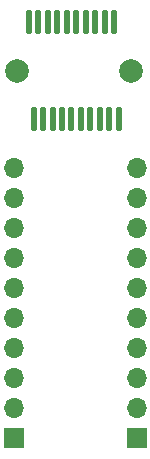
<source format=gts>
%TF.GenerationSoftware,KiCad,Pcbnew,8.0.1*%
%TF.CreationDate,2024-05-08T00:25:35+01:00*%
%TF.ProjectId,hexpansion-breadboard-adapter,68657870-616e-4736-996f-6e2d62726561,rev?*%
%TF.SameCoordinates,Original*%
%TF.FileFunction,Soldermask,Top*%
%TF.FilePolarity,Negative*%
%FSLAX46Y46*%
G04 Gerber Fmt 4.6, Leading zero omitted, Abs format (unit mm)*
G04 Created by KiCad (PCBNEW 8.0.1) date 2024-05-08 00:25:35*
%MOMM*%
%LPD*%
G01*
G04 APERTURE LIST*
G04 Aperture macros list*
%AMRoundRect*
0 Rectangle with rounded corners*
0 $1 Rounding radius*
0 $2 $3 $4 $5 $6 $7 $8 $9 X,Y pos of 4 corners*
0 Add a 4 corners polygon primitive as box body*
4,1,4,$2,$3,$4,$5,$6,$7,$8,$9,$2,$3,0*
0 Add four circle primitives for the rounded corners*
1,1,$1+$1,$2,$3*
1,1,$1+$1,$4,$5*
1,1,$1+$1,$6,$7*
1,1,$1+$1,$8,$9*
0 Add four rect primitives between the rounded corners*
20,1,$1+$1,$2,$3,$4,$5,0*
20,1,$1+$1,$4,$5,$6,$7,0*
20,1,$1+$1,$6,$7,$8,$9,0*
20,1,$1+$1,$8,$9,$2,$3,0*%
G04 Aperture macros list end*
%ADD10C,2.000000*%
%ADD11RoundRect,0.125000X0.125000X-0.875000X0.125000X0.875000X-0.125000X0.875000X-0.125000X-0.875000X0*%
%ADD12R,1.700000X1.700000*%
%ADD13O,1.700000X1.700000*%
G04 APERTURE END LIST*
D10*
%TO.C,J1*%
X76370950Y-57150000D03*
X85970950Y-57150000D03*
D11*
X77770950Y-61250000D03*
X78570950Y-61250000D03*
X79370950Y-61250000D03*
X80170950Y-61250000D03*
X80970950Y-61250000D03*
X81770950Y-61250000D03*
X82570950Y-61250000D03*
X83370950Y-61250000D03*
X84170950Y-61250000D03*
X84970950Y-61250000D03*
X84570950Y-53050000D03*
X83770950Y-53050000D03*
X82970950Y-53050000D03*
X82170950Y-53050000D03*
X81370950Y-53050000D03*
X80570950Y-53050000D03*
X79770950Y-53050000D03*
X78970950Y-53050000D03*
X78170950Y-53050000D03*
X77370950Y-53050000D03*
%TD*%
D12*
%TO.C,J3*%
X76072997Y-88264999D03*
D13*
X76072997Y-85724999D03*
X76072997Y-83184999D03*
X76072997Y-80644999D03*
X76072997Y-78104999D03*
X76072997Y-75564999D03*
X76072997Y-73024999D03*
X76072997Y-70484999D03*
X76072997Y-67944999D03*
X76072997Y-65404999D03*
%TD*%
D12*
%TO.C,J2*%
X86514997Y-88265001D03*
D13*
X86514997Y-85725001D03*
X86514997Y-83185001D03*
X86514997Y-80645001D03*
X86514997Y-78105001D03*
X86514997Y-75565001D03*
X86514997Y-73025001D03*
X86514997Y-70485001D03*
X86514997Y-67945001D03*
X86514997Y-65405001D03*
%TD*%
M02*

</source>
